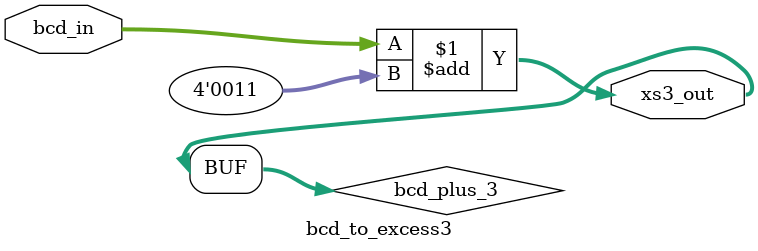
<source format=v>
module bcd_to_excess3 (
    input wire [3:0] bcd_in,
    output wire [3:0] xs3_out
);

    wire [3:0] bcd_plus_3; // BCD input + 3

    assign bcd_plus_3 = bcd_in + 4'b0011; // Increment BCD by 3

    // XS-3 output is same as incremented BCD output
    assign xs3_out = bcd_plus_3;

endmodule

</source>
